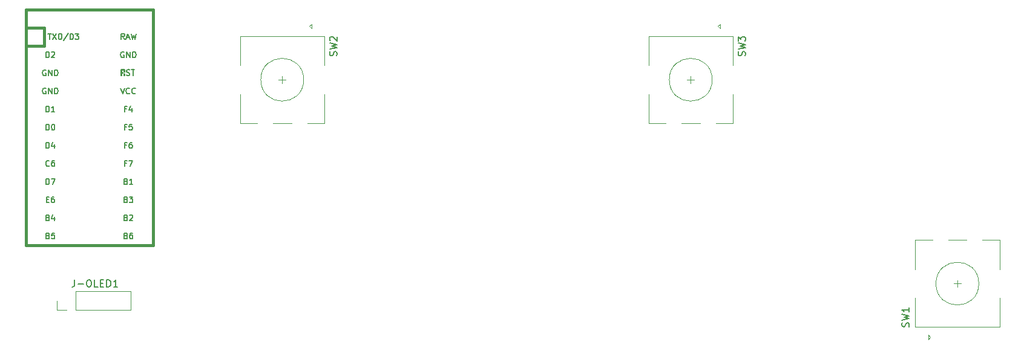
<source format=gbr>
%TF.GenerationSoftware,KiCad,Pcbnew,(5.1.9)-1*%
%TF.CreationDate,2021-03-11T10:21:24+08:00*%
%TF.ProjectId,Retrograde Pad,52657472-6f67-4726-9164-65205061642e,rev?*%
%TF.SameCoordinates,Original*%
%TF.FileFunction,Legend,Top*%
%TF.FilePolarity,Positive*%
%FSLAX46Y46*%
G04 Gerber Fmt 4.6, Leading zero omitted, Abs format (unit mm)*
G04 Created by KiCad (PCBNEW (5.1.9)-1) date 2021-03-11 10:21:24*
%MOMM*%
%LPD*%
G01*
G04 APERTURE LIST*
%ADD10C,0.120000*%
%ADD11C,0.381000*%
%ADD12C,0.150000*%
G04 APERTURE END LIST*
D10*
%TO.C,SW2*%
X96662500Y-61912500D02*
G75*
G03*
X96662500Y-61912500I-3000000J0D01*
G01*
X99562500Y-63912500D02*
X99562500Y-68012500D01*
X87762500Y-68012500D02*
X87762500Y-63912500D01*
X87762500Y-59912500D02*
X87762500Y-55812500D01*
X99562500Y-59912500D02*
X99562500Y-55812500D01*
X99562500Y-55812500D02*
X87762500Y-55812500D01*
X97462500Y-54412500D02*
X97762500Y-54112500D01*
X97762500Y-54112500D02*
X97762500Y-54712500D01*
X97762500Y-54712500D02*
X97462500Y-54412500D01*
X99562500Y-68012500D02*
X97162500Y-68012500D01*
X94962500Y-68012500D02*
X92362500Y-68012500D01*
X90162500Y-68012500D02*
X87762500Y-68012500D01*
X94162500Y-61912500D02*
X93162500Y-61912500D01*
X93662500Y-61412500D02*
X93662500Y-62412500D01*
%TO.C,SW3*%
X150812500Y-61412500D02*
X150812500Y-62412500D01*
X151312500Y-61912500D02*
X150312500Y-61912500D01*
X147312500Y-68012500D02*
X144912500Y-68012500D01*
X152112500Y-68012500D02*
X149512500Y-68012500D01*
X156712500Y-68012500D02*
X154312500Y-68012500D01*
X154912500Y-54712500D02*
X154612500Y-54412500D01*
X154912500Y-54112500D02*
X154912500Y-54712500D01*
X154612500Y-54412500D02*
X154912500Y-54112500D01*
X156712500Y-55812500D02*
X144912500Y-55812500D01*
X156712500Y-59912500D02*
X156712500Y-55812500D01*
X144912500Y-59912500D02*
X144912500Y-55812500D01*
X144912500Y-68012500D02*
X144912500Y-63912500D01*
X156712500Y-63912500D02*
X156712500Y-68012500D01*
X153812500Y-61912500D02*
G75*
G03*
X153812500Y-61912500I-3000000J0D01*
G01*
%TO.C,SW1*%
X188118750Y-90987500D02*
X188118750Y-89987500D01*
X187618750Y-90487500D02*
X188618750Y-90487500D01*
X191618750Y-84387500D02*
X194018750Y-84387500D01*
X186818750Y-84387500D02*
X189418750Y-84387500D01*
X182218750Y-84387500D02*
X184618750Y-84387500D01*
X184018750Y-97687500D02*
X184318750Y-97987500D01*
X184018750Y-98287500D02*
X184018750Y-97687500D01*
X184318750Y-97987500D02*
X184018750Y-98287500D01*
X182218750Y-96587500D02*
X194018750Y-96587500D01*
X182218750Y-92487500D02*
X182218750Y-96587500D01*
X194018750Y-92487500D02*
X194018750Y-96587500D01*
X194018750Y-84387500D02*
X194018750Y-88487500D01*
X182218750Y-88487500D02*
X182218750Y-84387500D01*
X191118750Y-90487500D02*
G75*
G03*
X191118750Y-90487500I-3000000J0D01*
G01*
D11*
%TO.C,U1*%
X57785000Y-54610000D02*
X57785000Y-85090000D01*
X57785000Y-85090000D02*
X75565000Y-85090000D01*
X75565000Y-85090000D02*
X75565000Y-54610000D01*
X60325000Y-54610000D02*
X60325000Y-57150000D01*
X60325000Y-57150000D02*
X57785000Y-57150000D01*
D12*
G36*
X71606568Y-60489360D02*
G01*
X71606568Y-60789360D01*
X71506568Y-60789360D01*
X71506568Y-60489360D01*
X71606568Y-60489360D01*
G37*
X71606568Y-60489360D02*
X71606568Y-60789360D01*
X71506568Y-60789360D01*
X71506568Y-60489360D01*
X71606568Y-60489360D01*
G36*
X71406568Y-60889360D02*
G01*
X71406568Y-60989360D01*
X71306568Y-60989360D01*
X71306568Y-60889360D01*
X71406568Y-60889360D01*
G37*
X71406568Y-60889360D02*
X71406568Y-60989360D01*
X71306568Y-60989360D01*
X71306568Y-60889360D01*
X71406568Y-60889360D01*
G36*
X71606568Y-60489360D02*
G01*
X71606568Y-60589360D01*
X71106568Y-60589360D01*
X71106568Y-60489360D01*
X71606568Y-60489360D01*
G37*
X71606568Y-60489360D02*
X71606568Y-60589360D01*
X71106568Y-60589360D01*
X71106568Y-60489360D01*
X71606568Y-60489360D01*
G36*
X71206568Y-60489360D02*
G01*
X71206568Y-61289360D01*
X71106568Y-61289360D01*
X71106568Y-60489360D01*
X71206568Y-60489360D01*
G37*
X71206568Y-60489360D02*
X71206568Y-61289360D01*
X71106568Y-61289360D01*
X71106568Y-60489360D01*
X71206568Y-60489360D01*
G36*
X71606568Y-61089360D02*
G01*
X71606568Y-61289360D01*
X71506568Y-61289360D01*
X71506568Y-61089360D01*
X71606568Y-61089360D01*
G37*
X71606568Y-61089360D02*
X71606568Y-61289360D01*
X71506568Y-61289360D01*
X71506568Y-61089360D01*
X71606568Y-61089360D01*
D11*
X75565000Y-54610000D02*
X75565000Y-52070000D01*
X75565000Y-52070000D02*
X57785000Y-52070000D01*
X57785000Y-52070000D02*
X57785000Y-54610000D01*
X60325000Y-54610000D02*
X57785000Y-54610000D01*
D10*
%TO.C,J-OLED1*%
X72450000Y-94198750D02*
X72450000Y-91538750D01*
X64770000Y-94198750D02*
X72450000Y-94198750D01*
X64770000Y-91538750D02*
X72450000Y-91538750D01*
X64770000Y-94198750D02*
X64770000Y-91538750D01*
X63500000Y-94198750D02*
X62170000Y-94198750D01*
X62170000Y-94198750D02*
X62170000Y-92868750D01*
%TO.C,SW2*%
D12*
X101267261Y-58545833D02*
X101314880Y-58402976D01*
X101314880Y-58164880D01*
X101267261Y-58069642D01*
X101219642Y-58022023D01*
X101124404Y-57974404D01*
X101029166Y-57974404D01*
X100933928Y-58022023D01*
X100886309Y-58069642D01*
X100838690Y-58164880D01*
X100791071Y-58355357D01*
X100743452Y-58450595D01*
X100695833Y-58498214D01*
X100600595Y-58545833D01*
X100505357Y-58545833D01*
X100410119Y-58498214D01*
X100362500Y-58450595D01*
X100314880Y-58355357D01*
X100314880Y-58117261D01*
X100362500Y-57974404D01*
X100314880Y-57641071D02*
X101314880Y-57402976D01*
X100600595Y-57212500D01*
X101314880Y-57022023D01*
X100314880Y-56783928D01*
X100410119Y-56450595D02*
X100362500Y-56402976D01*
X100314880Y-56307738D01*
X100314880Y-56069642D01*
X100362500Y-55974404D01*
X100410119Y-55926785D01*
X100505357Y-55879166D01*
X100600595Y-55879166D01*
X100743452Y-55926785D01*
X101314880Y-56498214D01*
X101314880Y-55879166D01*
%TO.C,SW3*%
X158417261Y-58545833D02*
X158464880Y-58402976D01*
X158464880Y-58164880D01*
X158417261Y-58069642D01*
X158369642Y-58022023D01*
X158274404Y-57974404D01*
X158179166Y-57974404D01*
X158083928Y-58022023D01*
X158036309Y-58069642D01*
X157988690Y-58164880D01*
X157941071Y-58355357D01*
X157893452Y-58450595D01*
X157845833Y-58498214D01*
X157750595Y-58545833D01*
X157655357Y-58545833D01*
X157560119Y-58498214D01*
X157512500Y-58450595D01*
X157464880Y-58355357D01*
X157464880Y-58117261D01*
X157512500Y-57974404D01*
X157464880Y-57641071D02*
X158464880Y-57402976D01*
X157750595Y-57212500D01*
X158464880Y-57022023D01*
X157464880Y-56783928D01*
X157464880Y-56498214D02*
X157464880Y-55879166D01*
X157845833Y-56212500D01*
X157845833Y-56069642D01*
X157893452Y-55974404D01*
X157941071Y-55926785D01*
X158036309Y-55879166D01*
X158274404Y-55879166D01*
X158369642Y-55926785D01*
X158417261Y-55974404D01*
X158464880Y-56069642D01*
X158464880Y-56355357D01*
X158417261Y-56450595D01*
X158369642Y-56498214D01*
%TO.C,SW1*%
X181323511Y-96520833D02*
X181371130Y-96377976D01*
X181371130Y-96139880D01*
X181323511Y-96044642D01*
X181275892Y-95997023D01*
X181180654Y-95949404D01*
X181085416Y-95949404D01*
X180990178Y-95997023D01*
X180942559Y-96044642D01*
X180894940Y-96139880D01*
X180847321Y-96330357D01*
X180799702Y-96425595D01*
X180752083Y-96473214D01*
X180656845Y-96520833D01*
X180561607Y-96520833D01*
X180466369Y-96473214D01*
X180418750Y-96425595D01*
X180371130Y-96330357D01*
X180371130Y-96092261D01*
X180418750Y-95949404D01*
X180371130Y-95616071D02*
X181371130Y-95377976D01*
X180656845Y-95187500D01*
X181371130Y-94997023D01*
X180371130Y-94758928D01*
X181371130Y-93854166D02*
X181371130Y-94425595D01*
X181371130Y-94139880D02*
X180371130Y-94139880D01*
X180513988Y-94235119D01*
X180609226Y-94330357D01*
X180656845Y-94425595D01*
%TO.C,U1*%
X71812190Y-81222857D02*
X71926476Y-81260952D01*
X71964571Y-81299047D01*
X72002666Y-81375238D01*
X72002666Y-81489523D01*
X71964571Y-81565714D01*
X71926476Y-81603809D01*
X71850285Y-81641904D01*
X71545523Y-81641904D01*
X71545523Y-80841904D01*
X71812190Y-80841904D01*
X71888380Y-80880000D01*
X71926476Y-80918095D01*
X71964571Y-80994285D01*
X71964571Y-81070476D01*
X71926476Y-81146666D01*
X71888380Y-81184761D01*
X71812190Y-81222857D01*
X71545523Y-81222857D01*
X72307428Y-80918095D02*
X72345523Y-80880000D01*
X72421714Y-80841904D01*
X72612190Y-80841904D01*
X72688380Y-80880000D01*
X72726476Y-80918095D01*
X72764571Y-80994285D01*
X72764571Y-81070476D01*
X72726476Y-81184761D01*
X72269333Y-81641904D01*
X72764571Y-81641904D01*
X71869333Y-73602857D02*
X71602666Y-73602857D01*
X71602666Y-74021904D02*
X71602666Y-73221904D01*
X71983619Y-73221904D01*
X72212190Y-73221904D02*
X72745523Y-73221904D01*
X72402666Y-74021904D01*
X71869333Y-71062857D02*
X71602666Y-71062857D01*
X71602666Y-71481904D02*
X71602666Y-70681904D01*
X71983619Y-70681904D01*
X72631238Y-70681904D02*
X72478857Y-70681904D01*
X72402666Y-70720000D01*
X72364571Y-70758095D01*
X72288380Y-70872380D01*
X72250285Y-71024761D01*
X72250285Y-71329523D01*
X72288380Y-71405714D01*
X72326476Y-71443809D01*
X72402666Y-71481904D01*
X72555047Y-71481904D01*
X72631238Y-71443809D01*
X72669333Y-71405714D01*
X72707428Y-71329523D01*
X72707428Y-71139047D01*
X72669333Y-71062857D01*
X72631238Y-71024761D01*
X72555047Y-70986666D01*
X72402666Y-70986666D01*
X72326476Y-71024761D01*
X72288380Y-71062857D01*
X72250285Y-71139047D01*
X71869333Y-68522857D02*
X71602666Y-68522857D01*
X71602666Y-68941904D02*
X71602666Y-68141904D01*
X71983619Y-68141904D01*
X72669333Y-68141904D02*
X72288380Y-68141904D01*
X72250285Y-68522857D01*
X72288380Y-68484761D01*
X72364571Y-68446666D01*
X72555047Y-68446666D01*
X72631238Y-68484761D01*
X72669333Y-68522857D01*
X72707428Y-68599047D01*
X72707428Y-68789523D01*
X72669333Y-68865714D01*
X72631238Y-68903809D01*
X72555047Y-68941904D01*
X72364571Y-68941904D01*
X72288380Y-68903809D01*
X72250285Y-68865714D01*
X71583619Y-56241904D02*
X71316952Y-55860952D01*
X71126476Y-56241904D02*
X71126476Y-55441904D01*
X71431238Y-55441904D01*
X71507428Y-55480000D01*
X71545523Y-55518095D01*
X71583619Y-55594285D01*
X71583619Y-55708571D01*
X71545523Y-55784761D01*
X71507428Y-55822857D01*
X71431238Y-55860952D01*
X71126476Y-55860952D01*
X71888380Y-56013333D02*
X72269333Y-56013333D01*
X71812190Y-56241904D02*
X72078857Y-55441904D01*
X72345523Y-56241904D01*
X72536000Y-55441904D02*
X72726476Y-56241904D01*
X72878857Y-55670476D01*
X73031238Y-56241904D01*
X73221714Y-55441904D01*
X71526476Y-58020000D02*
X71450285Y-57981904D01*
X71336000Y-57981904D01*
X71221714Y-58020000D01*
X71145523Y-58096190D01*
X71107428Y-58172380D01*
X71069333Y-58324761D01*
X71069333Y-58439047D01*
X71107428Y-58591428D01*
X71145523Y-58667619D01*
X71221714Y-58743809D01*
X71336000Y-58781904D01*
X71412190Y-58781904D01*
X71526476Y-58743809D01*
X71564571Y-58705714D01*
X71564571Y-58439047D01*
X71412190Y-58439047D01*
X71907428Y-58781904D02*
X71907428Y-57981904D01*
X72364571Y-58781904D01*
X72364571Y-57981904D01*
X72745523Y-58781904D02*
X72745523Y-57981904D01*
X72936000Y-57981904D01*
X73050285Y-58020000D01*
X73126476Y-58096190D01*
X73164571Y-58172380D01*
X73202666Y-58324761D01*
X73202666Y-58439047D01*
X73164571Y-58591428D01*
X73126476Y-58667619D01*
X73050285Y-58743809D01*
X72936000Y-58781904D01*
X72745523Y-58781904D01*
X71874786Y-61253809D02*
X71989072Y-61291904D01*
X72179548Y-61291904D01*
X72255739Y-61253809D01*
X72293834Y-61215714D01*
X72331929Y-61139523D01*
X72331929Y-61063333D01*
X72293834Y-60987142D01*
X72255739Y-60949047D01*
X72179548Y-60910952D01*
X72027167Y-60872857D01*
X71950977Y-60834761D01*
X71912881Y-60796666D01*
X71874786Y-60720476D01*
X71874786Y-60644285D01*
X71912881Y-60568095D01*
X71950977Y-60530000D01*
X72027167Y-60491904D01*
X72217643Y-60491904D01*
X72331929Y-60530000D01*
X72560500Y-60491904D02*
X73017643Y-60491904D01*
X72789072Y-61291904D02*
X72789072Y-60491904D01*
X71069333Y-63061904D02*
X71336000Y-63861904D01*
X71602666Y-63061904D01*
X72326476Y-63785714D02*
X72288380Y-63823809D01*
X72174095Y-63861904D01*
X72097904Y-63861904D01*
X71983619Y-63823809D01*
X71907428Y-63747619D01*
X71869333Y-63671428D01*
X71831238Y-63519047D01*
X71831238Y-63404761D01*
X71869333Y-63252380D01*
X71907428Y-63176190D01*
X71983619Y-63100000D01*
X72097904Y-63061904D01*
X72174095Y-63061904D01*
X72288380Y-63100000D01*
X72326476Y-63138095D01*
X73126476Y-63785714D02*
X73088380Y-63823809D01*
X72974095Y-63861904D01*
X72897904Y-63861904D01*
X72783619Y-63823809D01*
X72707428Y-63747619D01*
X72669333Y-63671428D01*
X72631238Y-63519047D01*
X72631238Y-63404761D01*
X72669333Y-63252380D01*
X72707428Y-63176190D01*
X72783619Y-63100000D01*
X72897904Y-63061904D01*
X72974095Y-63061904D01*
X73088380Y-63100000D01*
X73126476Y-63138095D01*
X71869333Y-65982857D02*
X71602666Y-65982857D01*
X71602666Y-66401904D02*
X71602666Y-65601904D01*
X71983619Y-65601904D01*
X72631238Y-65868571D02*
X72631238Y-66401904D01*
X72440761Y-65563809D02*
X72250285Y-66135238D01*
X72745523Y-66135238D01*
X71812190Y-76142857D02*
X71926476Y-76180952D01*
X71964571Y-76219047D01*
X72002666Y-76295238D01*
X72002666Y-76409523D01*
X71964571Y-76485714D01*
X71926476Y-76523809D01*
X71850285Y-76561904D01*
X71545523Y-76561904D01*
X71545523Y-75761904D01*
X71812190Y-75761904D01*
X71888380Y-75800000D01*
X71926476Y-75838095D01*
X71964571Y-75914285D01*
X71964571Y-75990476D01*
X71926476Y-76066666D01*
X71888380Y-76104761D01*
X71812190Y-76142857D01*
X71545523Y-76142857D01*
X72764571Y-76561904D02*
X72307428Y-76561904D01*
X72536000Y-76561904D02*
X72536000Y-75761904D01*
X72459809Y-75876190D01*
X72383619Y-75952380D01*
X72307428Y-75990476D01*
X71812190Y-78682857D02*
X71926476Y-78720952D01*
X71964571Y-78759047D01*
X72002666Y-78835238D01*
X72002666Y-78949523D01*
X71964571Y-79025714D01*
X71926476Y-79063809D01*
X71850285Y-79101904D01*
X71545523Y-79101904D01*
X71545523Y-78301904D01*
X71812190Y-78301904D01*
X71888380Y-78340000D01*
X71926476Y-78378095D01*
X71964571Y-78454285D01*
X71964571Y-78530476D01*
X71926476Y-78606666D01*
X71888380Y-78644761D01*
X71812190Y-78682857D01*
X71545523Y-78682857D01*
X72269333Y-78301904D02*
X72764571Y-78301904D01*
X72497904Y-78606666D01*
X72612190Y-78606666D01*
X72688380Y-78644761D01*
X72726476Y-78682857D01*
X72764571Y-78759047D01*
X72764571Y-78949523D01*
X72726476Y-79025714D01*
X72688380Y-79063809D01*
X72612190Y-79101904D01*
X72383619Y-79101904D01*
X72307428Y-79063809D01*
X72269333Y-79025714D01*
X71812190Y-83762857D02*
X71926476Y-83800952D01*
X71964571Y-83839047D01*
X72002666Y-83915238D01*
X72002666Y-84029523D01*
X71964571Y-84105714D01*
X71926476Y-84143809D01*
X71850285Y-84181904D01*
X71545523Y-84181904D01*
X71545523Y-83381904D01*
X71812190Y-83381904D01*
X71888380Y-83420000D01*
X71926476Y-83458095D01*
X71964571Y-83534285D01*
X71964571Y-83610476D01*
X71926476Y-83686666D01*
X71888380Y-83724761D01*
X71812190Y-83762857D01*
X71545523Y-83762857D01*
X72688380Y-83381904D02*
X72536000Y-83381904D01*
X72459809Y-83420000D01*
X72421714Y-83458095D01*
X72345523Y-83572380D01*
X72307428Y-83724761D01*
X72307428Y-84029523D01*
X72345523Y-84105714D01*
X72383619Y-84143809D01*
X72459809Y-84181904D01*
X72612190Y-84181904D01*
X72688380Y-84143809D01*
X72726476Y-84105714D01*
X72764571Y-84029523D01*
X72764571Y-83839047D01*
X72726476Y-83762857D01*
X72688380Y-83724761D01*
X72612190Y-83686666D01*
X72459809Y-83686666D01*
X72383619Y-83724761D01*
X72345523Y-83762857D01*
X72307428Y-83839047D01*
X60890190Y-83762857D02*
X61004476Y-83800952D01*
X61042571Y-83839047D01*
X61080666Y-83915238D01*
X61080666Y-84029523D01*
X61042571Y-84105714D01*
X61004476Y-84143809D01*
X60928285Y-84181904D01*
X60623523Y-84181904D01*
X60623523Y-83381904D01*
X60890190Y-83381904D01*
X60966380Y-83420000D01*
X61004476Y-83458095D01*
X61042571Y-83534285D01*
X61042571Y-83610476D01*
X61004476Y-83686666D01*
X60966380Y-83724761D01*
X60890190Y-83762857D01*
X60623523Y-83762857D01*
X61804476Y-83381904D02*
X61423523Y-83381904D01*
X61385428Y-83762857D01*
X61423523Y-83724761D01*
X61499714Y-83686666D01*
X61690190Y-83686666D01*
X61766380Y-83724761D01*
X61804476Y-83762857D01*
X61842571Y-83839047D01*
X61842571Y-84029523D01*
X61804476Y-84105714D01*
X61766380Y-84143809D01*
X61690190Y-84181904D01*
X61499714Y-84181904D01*
X61423523Y-84143809D01*
X61385428Y-84105714D01*
X60890190Y-81222857D02*
X61004476Y-81260952D01*
X61042571Y-81299047D01*
X61080666Y-81375238D01*
X61080666Y-81489523D01*
X61042571Y-81565714D01*
X61004476Y-81603809D01*
X60928285Y-81641904D01*
X60623523Y-81641904D01*
X60623523Y-80841904D01*
X60890190Y-80841904D01*
X60966380Y-80880000D01*
X61004476Y-80918095D01*
X61042571Y-80994285D01*
X61042571Y-81070476D01*
X61004476Y-81146666D01*
X60966380Y-81184761D01*
X60890190Y-81222857D01*
X60623523Y-81222857D01*
X61766380Y-81108571D02*
X61766380Y-81641904D01*
X61575904Y-80803809D02*
X61385428Y-81375238D01*
X61880666Y-81375238D01*
X60661619Y-78682857D02*
X60928285Y-78682857D01*
X61042571Y-79101904D02*
X60661619Y-79101904D01*
X60661619Y-78301904D01*
X61042571Y-78301904D01*
X61728285Y-78301904D02*
X61575904Y-78301904D01*
X61499714Y-78340000D01*
X61461619Y-78378095D01*
X61385428Y-78492380D01*
X61347333Y-78644761D01*
X61347333Y-78949523D01*
X61385428Y-79025714D01*
X61423523Y-79063809D01*
X61499714Y-79101904D01*
X61652095Y-79101904D01*
X61728285Y-79063809D01*
X61766380Y-79025714D01*
X61804476Y-78949523D01*
X61804476Y-78759047D01*
X61766380Y-78682857D01*
X61728285Y-78644761D01*
X61652095Y-78606666D01*
X61499714Y-78606666D01*
X61423523Y-78644761D01*
X61385428Y-78682857D01*
X61347333Y-78759047D01*
X60623523Y-76561904D02*
X60623523Y-75761904D01*
X60814000Y-75761904D01*
X60928285Y-75800000D01*
X61004476Y-75876190D01*
X61042571Y-75952380D01*
X61080666Y-76104761D01*
X61080666Y-76219047D01*
X61042571Y-76371428D01*
X61004476Y-76447619D01*
X60928285Y-76523809D01*
X60814000Y-76561904D01*
X60623523Y-76561904D01*
X61347333Y-75761904D02*
X61880666Y-75761904D01*
X61537809Y-76561904D01*
X61080666Y-73945714D02*
X61042571Y-73983809D01*
X60928285Y-74021904D01*
X60852095Y-74021904D01*
X60737809Y-73983809D01*
X60661619Y-73907619D01*
X60623523Y-73831428D01*
X60585428Y-73679047D01*
X60585428Y-73564761D01*
X60623523Y-73412380D01*
X60661619Y-73336190D01*
X60737809Y-73260000D01*
X60852095Y-73221904D01*
X60928285Y-73221904D01*
X61042571Y-73260000D01*
X61080666Y-73298095D01*
X61766380Y-73221904D02*
X61614000Y-73221904D01*
X61537809Y-73260000D01*
X61499714Y-73298095D01*
X61423523Y-73412380D01*
X61385428Y-73564761D01*
X61385428Y-73869523D01*
X61423523Y-73945714D01*
X61461619Y-73983809D01*
X61537809Y-74021904D01*
X61690190Y-74021904D01*
X61766380Y-73983809D01*
X61804476Y-73945714D01*
X61842571Y-73869523D01*
X61842571Y-73679047D01*
X61804476Y-73602857D01*
X61766380Y-73564761D01*
X61690190Y-73526666D01*
X61537809Y-73526666D01*
X61461619Y-73564761D01*
X61423523Y-73602857D01*
X61385428Y-73679047D01*
X60623523Y-71481904D02*
X60623523Y-70681904D01*
X60814000Y-70681904D01*
X60928285Y-70720000D01*
X61004476Y-70796190D01*
X61042571Y-70872380D01*
X61080666Y-71024761D01*
X61080666Y-71139047D01*
X61042571Y-71291428D01*
X61004476Y-71367619D01*
X60928285Y-71443809D01*
X60814000Y-71481904D01*
X60623523Y-71481904D01*
X61766380Y-70948571D02*
X61766380Y-71481904D01*
X61575904Y-70643809D02*
X61385428Y-71215238D01*
X61880666Y-71215238D01*
X60604476Y-60560000D02*
X60528285Y-60521904D01*
X60414000Y-60521904D01*
X60299714Y-60560000D01*
X60223523Y-60636190D01*
X60185428Y-60712380D01*
X60147333Y-60864761D01*
X60147333Y-60979047D01*
X60185428Y-61131428D01*
X60223523Y-61207619D01*
X60299714Y-61283809D01*
X60414000Y-61321904D01*
X60490190Y-61321904D01*
X60604476Y-61283809D01*
X60642571Y-61245714D01*
X60642571Y-60979047D01*
X60490190Y-60979047D01*
X60985428Y-61321904D02*
X60985428Y-60521904D01*
X61442571Y-61321904D01*
X61442571Y-60521904D01*
X61823523Y-61321904D02*
X61823523Y-60521904D01*
X62014000Y-60521904D01*
X62128285Y-60560000D01*
X62204476Y-60636190D01*
X62242571Y-60712380D01*
X62280666Y-60864761D01*
X62280666Y-60979047D01*
X62242571Y-61131428D01*
X62204476Y-61207619D01*
X62128285Y-61283809D01*
X62014000Y-61321904D01*
X61823523Y-61321904D01*
X60604476Y-63100000D02*
X60528285Y-63061904D01*
X60414000Y-63061904D01*
X60299714Y-63100000D01*
X60223523Y-63176190D01*
X60185428Y-63252380D01*
X60147333Y-63404761D01*
X60147333Y-63519047D01*
X60185428Y-63671428D01*
X60223523Y-63747619D01*
X60299714Y-63823809D01*
X60414000Y-63861904D01*
X60490190Y-63861904D01*
X60604476Y-63823809D01*
X60642571Y-63785714D01*
X60642571Y-63519047D01*
X60490190Y-63519047D01*
X60985428Y-63861904D02*
X60985428Y-63061904D01*
X61442571Y-63861904D01*
X61442571Y-63061904D01*
X61823523Y-63861904D02*
X61823523Y-63061904D01*
X62014000Y-63061904D01*
X62128285Y-63100000D01*
X62204476Y-63176190D01*
X62242571Y-63252380D01*
X62280666Y-63404761D01*
X62280666Y-63519047D01*
X62242571Y-63671428D01*
X62204476Y-63747619D01*
X62128285Y-63823809D01*
X62014000Y-63861904D01*
X61823523Y-63861904D01*
X60623523Y-66401904D02*
X60623523Y-65601904D01*
X60814000Y-65601904D01*
X60928285Y-65640000D01*
X61004476Y-65716190D01*
X61042571Y-65792380D01*
X61080666Y-65944761D01*
X61080666Y-66059047D01*
X61042571Y-66211428D01*
X61004476Y-66287619D01*
X60928285Y-66363809D01*
X60814000Y-66401904D01*
X60623523Y-66401904D01*
X61842571Y-66401904D02*
X61385428Y-66401904D01*
X61614000Y-66401904D02*
X61614000Y-65601904D01*
X61537809Y-65716190D01*
X61461619Y-65792380D01*
X61385428Y-65830476D01*
X60623523Y-68941904D02*
X60623523Y-68141904D01*
X60814000Y-68141904D01*
X60928285Y-68180000D01*
X61004476Y-68256190D01*
X61042571Y-68332380D01*
X61080666Y-68484761D01*
X61080666Y-68599047D01*
X61042571Y-68751428D01*
X61004476Y-68827619D01*
X60928285Y-68903809D01*
X60814000Y-68941904D01*
X60623523Y-68941904D01*
X61575904Y-68141904D02*
X61652095Y-68141904D01*
X61728285Y-68180000D01*
X61766380Y-68218095D01*
X61804476Y-68294285D01*
X61842571Y-68446666D01*
X61842571Y-68637142D01*
X61804476Y-68789523D01*
X61766380Y-68865714D01*
X61728285Y-68903809D01*
X61652095Y-68941904D01*
X61575904Y-68941904D01*
X61499714Y-68903809D01*
X61461619Y-68865714D01*
X61423523Y-68789523D01*
X61385428Y-68637142D01*
X61385428Y-68446666D01*
X61423523Y-68294285D01*
X61461619Y-68218095D01*
X61499714Y-68180000D01*
X61575904Y-68141904D01*
X60623523Y-58781904D02*
X60623523Y-57981904D01*
X60814000Y-57981904D01*
X60928285Y-58020000D01*
X61004476Y-58096190D01*
X61042571Y-58172380D01*
X61080666Y-58324761D01*
X61080666Y-58439047D01*
X61042571Y-58591428D01*
X61004476Y-58667619D01*
X60928285Y-58743809D01*
X60814000Y-58781904D01*
X60623523Y-58781904D01*
X61385428Y-58058095D02*
X61423523Y-58020000D01*
X61499714Y-57981904D01*
X61690190Y-57981904D01*
X61766380Y-58020000D01*
X61804476Y-58058095D01*
X61842571Y-58134285D01*
X61842571Y-58210476D01*
X61804476Y-58324761D01*
X61347333Y-58781904D01*
X61842571Y-58781904D01*
X60912651Y-55441904D02*
X61369794Y-55441904D01*
X61141223Y-56241904D02*
X61141223Y-55441904D01*
X61560270Y-55441904D02*
X62093604Y-56241904D01*
X62093604Y-55441904D02*
X61560270Y-56241904D01*
X62550747Y-55441904D02*
X62626937Y-55441904D01*
X62703128Y-55480000D01*
X62741223Y-55518095D01*
X62779318Y-55594285D01*
X62817413Y-55746666D01*
X62817413Y-55937142D01*
X62779318Y-56089523D01*
X62741223Y-56165714D01*
X62703128Y-56203809D01*
X62626937Y-56241904D01*
X62550747Y-56241904D01*
X62474556Y-56203809D01*
X62436461Y-56165714D01*
X62398366Y-56089523D01*
X62360270Y-55937142D01*
X62360270Y-55746666D01*
X62398366Y-55594285D01*
X62436461Y-55518095D01*
X62474556Y-55480000D01*
X62550747Y-55441904D01*
X63731699Y-55403809D02*
X63045985Y-56432380D01*
X63998366Y-56241904D02*
X63998366Y-55441904D01*
X64188842Y-55441904D01*
X64303128Y-55480000D01*
X64379318Y-55556190D01*
X64417413Y-55632380D01*
X64455508Y-55784761D01*
X64455508Y-55899047D01*
X64417413Y-56051428D01*
X64379318Y-56127619D01*
X64303128Y-56203809D01*
X64188842Y-56241904D01*
X63998366Y-56241904D01*
X64722175Y-55441904D02*
X65217413Y-55441904D01*
X64950747Y-55746666D01*
X65065032Y-55746666D01*
X65141223Y-55784761D01*
X65179318Y-55822857D01*
X65217413Y-55899047D01*
X65217413Y-56089523D01*
X65179318Y-56165714D01*
X65141223Y-56203809D01*
X65065032Y-56241904D01*
X64836461Y-56241904D01*
X64760270Y-56203809D01*
X64722175Y-56165714D01*
%TO.C,J-OLED1*%
X64635416Y-89939880D02*
X64635416Y-90654166D01*
X64587797Y-90797023D01*
X64492559Y-90892261D01*
X64349702Y-90939880D01*
X64254464Y-90939880D01*
X65111607Y-90558928D02*
X65873511Y-90558928D01*
X66540178Y-89939880D02*
X66730654Y-89939880D01*
X66825892Y-89987500D01*
X66921130Y-90082738D01*
X66968750Y-90273214D01*
X66968750Y-90606547D01*
X66921130Y-90797023D01*
X66825892Y-90892261D01*
X66730654Y-90939880D01*
X66540178Y-90939880D01*
X66444940Y-90892261D01*
X66349702Y-90797023D01*
X66302083Y-90606547D01*
X66302083Y-90273214D01*
X66349702Y-90082738D01*
X66444940Y-89987500D01*
X66540178Y-89939880D01*
X67873511Y-90939880D02*
X67397321Y-90939880D01*
X67397321Y-89939880D01*
X68206845Y-90416071D02*
X68540178Y-90416071D01*
X68683035Y-90939880D02*
X68206845Y-90939880D01*
X68206845Y-89939880D01*
X68683035Y-89939880D01*
X69111607Y-90939880D02*
X69111607Y-89939880D01*
X69349702Y-89939880D01*
X69492559Y-89987500D01*
X69587797Y-90082738D01*
X69635416Y-90177976D01*
X69683035Y-90368452D01*
X69683035Y-90511309D01*
X69635416Y-90701785D01*
X69587797Y-90797023D01*
X69492559Y-90892261D01*
X69349702Y-90939880D01*
X69111607Y-90939880D01*
X70635416Y-90939880D02*
X70063988Y-90939880D01*
X70349702Y-90939880D02*
X70349702Y-89939880D01*
X70254464Y-90082738D01*
X70159226Y-90177976D01*
X70063988Y-90225595D01*
%TD*%
M02*

</source>
